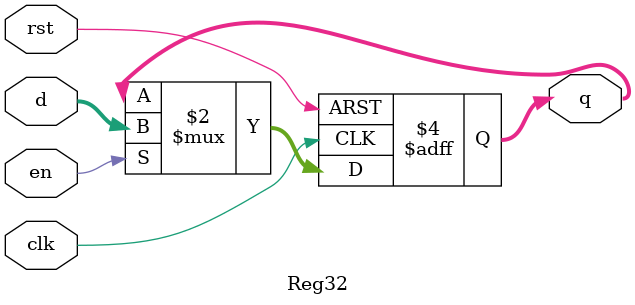
<source format=v>
module Reg32 (clk, rst, d, en, q);
input clk;
input rst;
input [31:0] d;
input en;
output reg [31:0] q;

	always @(posedge clk or posedge rst) begin
		if (rst)
			q <= 32'b0;
		else if(en)
			q <= d;
	end

endmodule

</source>
